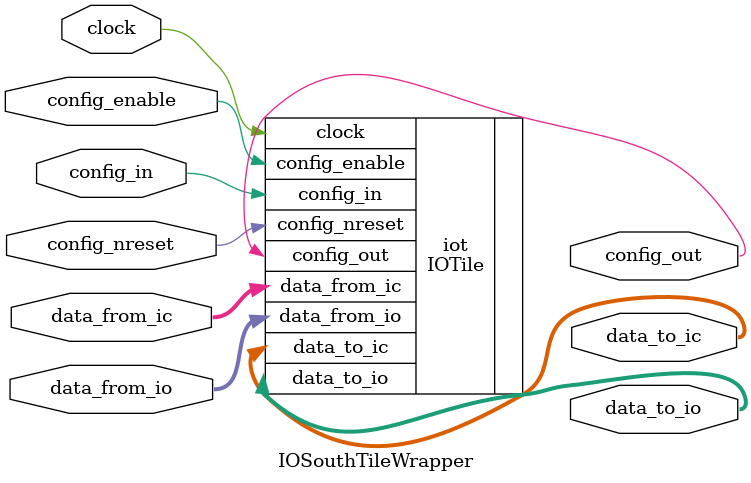
<source format=v>
module IOSouthTileWrapper (
    input [3:0] data_from_io,
    output [3:0] data_to_io,
    input [9:0] data_from_ic,
    output [9:0] data_to_ic,
    input clock,
    input config_in,
    output config_out,
    input config_enable,
    input config_nreset
);
    IOTile #(.IO_PAIRS(4), .IC_PAIRS(10)) iot(
        .data_from_io(data_from_io),
        .data_to_io(data_to_io),
        .data_from_ic(data_from_ic),
        .data_to_ic(data_to_ic),
        .clock(clock),
        .config_in(config_in),
        .config_out(config_out),
        .config_enable(config_enable),
        .config_nreset(config_nreset)
    );
endmodule
</source>
